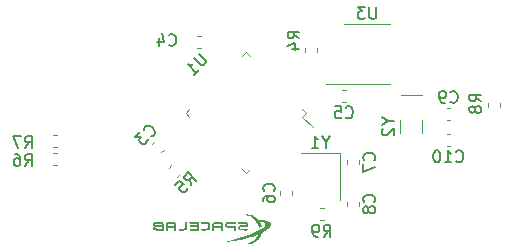
<source format=gbr>
%TF.GenerationSoftware,KiCad,Pcbnew,6.0.11+dfsg-1~bpo11+1*%
%TF.CreationDate,2023-04-29T04:06:51+00:00*%
%TF.ProjectId,slcam,736c6361-6d2e-46b6-9963-61645f706362,v0.2*%
%TF.SameCoordinates,Original*%
%TF.FileFunction,Legend,Bot*%
%TF.FilePolarity,Positive*%
%FSLAX46Y46*%
G04 Gerber Fmt 4.6, Leading zero omitted, Abs format (unit mm)*
G04 Created by KiCad (PCBNEW 6.0.11+dfsg-1~bpo11+1) date 2023-04-29 04:06:51*
%MOMM*%
%LPD*%
G01*
G04 APERTURE LIST*
%ADD10C,0.150000*%
%ADD11C,0.120000*%
G04 APERTURE END LIST*
D10*
%TO.C,U1*%
X213003522Y-57494026D02*
X213575942Y-58066446D01*
X213609614Y-58167461D01*
X213609614Y-58234805D01*
X213575942Y-58335820D01*
X213441255Y-58470507D01*
X213340240Y-58504179D01*
X213272896Y-58504179D01*
X213171881Y-58470507D01*
X212599461Y-57898087D01*
X212599461Y-59312301D02*
X213003522Y-58908240D01*
X212801492Y-59110270D02*
X212094385Y-58403164D01*
X212262744Y-58436835D01*
X212397431Y-58436835D01*
X212498446Y-58403164D01*
%TO.C,Y1*%
X223742190Y-65000190D02*
X223742190Y-65476380D01*
X224075523Y-64476380D02*
X223742190Y-65000190D01*
X223408857Y-64476380D01*
X222551714Y-65476380D02*
X223123142Y-65476380D01*
X222837428Y-65476380D02*
X222837428Y-64476380D01*
X222932666Y-64619238D01*
X223027904Y-64714476D01*
X223123142Y-64762095D01*
%TO.C,U3*%
X228026904Y-53554380D02*
X228026904Y-54363904D01*
X227979285Y-54459142D01*
X227931666Y-54506761D01*
X227836428Y-54554380D01*
X227645952Y-54554380D01*
X227550714Y-54506761D01*
X227503095Y-54459142D01*
X227455476Y-54363904D01*
X227455476Y-53554380D01*
X227074523Y-53554380D02*
X226455476Y-53554380D01*
X226788809Y-53935333D01*
X226645952Y-53935333D01*
X226550714Y-53982952D01*
X226503095Y-54030571D01*
X226455476Y-54125809D01*
X226455476Y-54363904D01*
X226503095Y-54459142D01*
X226550714Y-54506761D01*
X226645952Y-54554380D01*
X226931666Y-54554380D01*
X227026904Y-54506761D01*
X227074523Y-54459142D01*
%TO.C,R4*%
X221526380Y-56221333D02*
X221050190Y-55888000D01*
X221526380Y-55649904D02*
X220526380Y-55649904D01*
X220526380Y-56030857D01*
X220574000Y-56126095D01*
X220621619Y-56173714D01*
X220716857Y-56221333D01*
X220859714Y-56221333D01*
X220954952Y-56173714D01*
X221002571Y-56126095D01*
X221050190Y-56030857D01*
X221050190Y-55649904D01*
X220859714Y-57078476D02*
X221526380Y-57078476D01*
X220478761Y-56840380D02*
X221193047Y-56602285D01*
X221193047Y-57221333D01*
%TO.C,R5*%
X212379613Y-68666475D02*
X212278598Y-68094055D01*
X212783674Y-68262414D02*
X212076568Y-67555307D01*
X211807193Y-67824681D01*
X211773522Y-67925696D01*
X211773522Y-67993040D01*
X211807193Y-68094055D01*
X211908209Y-68195070D01*
X212009224Y-68228742D01*
X212076568Y-68228742D01*
X212177583Y-68195070D01*
X212446957Y-67925696D01*
X211032743Y-68599132D02*
X211369461Y-68262414D01*
X211739850Y-68565460D01*
X211672506Y-68565460D01*
X211571491Y-68599132D01*
X211403132Y-68767490D01*
X211369461Y-68868506D01*
X211369461Y-68935849D01*
X211403132Y-69036864D01*
X211571491Y-69205223D01*
X211672506Y-69238895D01*
X211739850Y-69238895D01*
X211840865Y-69205223D01*
X212009224Y-69036864D01*
X212042896Y-68935849D01*
X212042896Y-68868506D01*
%TO.C,R6*%
X198286666Y-67000380D02*
X198620000Y-66524190D01*
X198858095Y-67000380D02*
X198858095Y-66000380D01*
X198477142Y-66000380D01*
X198381904Y-66048000D01*
X198334285Y-66095619D01*
X198286666Y-66190857D01*
X198286666Y-66333714D01*
X198334285Y-66428952D01*
X198381904Y-66476571D01*
X198477142Y-66524190D01*
X198858095Y-66524190D01*
X197429523Y-66000380D02*
X197620000Y-66000380D01*
X197715238Y-66048000D01*
X197762857Y-66095619D01*
X197858095Y-66238476D01*
X197905714Y-66428952D01*
X197905714Y-66809904D01*
X197858095Y-66905142D01*
X197810476Y-66952761D01*
X197715238Y-67000380D01*
X197524761Y-67000380D01*
X197429523Y-66952761D01*
X197381904Y-66905142D01*
X197334285Y-66809904D01*
X197334285Y-66571809D01*
X197381904Y-66476571D01*
X197429523Y-66428952D01*
X197524761Y-66381333D01*
X197715238Y-66381333D01*
X197810476Y-66428952D01*
X197858095Y-66476571D01*
X197905714Y-66571809D01*
%TO.C,R7*%
X198286666Y-65476380D02*
X198620000Y-65000190D01*
X198858095Y-65476380D02*
X198858095Y-64476380D01*
X198477142Y-64476380D01*
X198381904Y-64524000D01*
X198334285Y-64571619D01*
X198286666Y-64666857D01*
X198286666Y-64809714D01*
X198334285Y-64904952D01*
X198381904Y-64952571D01*
X198477142Y-65000190D01*
X198858095Y-65000190D01*
X197953333Y-64476380D02*
X197286666Y-64476380D01*
X197715238Y-65476380D01*
%TO.C,R8*%
X236926380Y-61555333D02*
X236450190Y-61222000D01*
X236926380Y-60983904D02*
X235926380Y-60983904D01*
X235926380Y-61364857D01*
X235974000Y-61460095D01*
X236021619Y-61507714D01*
X236116857Y-61555333D01*
X236259714Y-61555333D01*
X236354952Y-61507714D01*
X236402571Y-61460095D01*
X236450190Y-61364857D01*
X236450190Y-60983904D01*
X236354952Y-62126761D02*
X236307333Y-62031523D01*
X236259714Y-61983904D01*
X236164476Y-61936285D01*
X236116857Y-61936285D01*
X236021619Y-61983904D01*
X235974000Y-62031523D01*
X235926380Y-62126761D01*
X235926380Y-62317238D01*
X235974000Y-62412476D01*
X236021619Y-62460095D01*
X236116857Y-62507714D01*
X236164476Y-62507714D01*
X236259714Y-62460095D01*
X236307333Y-62412476D01*
X236354952Y-62317238D01*
X236354952Y-62126761D01*
X236402571Y-62031523D01*
X236450190Y-61983904D01*
X236545428Y-61936285D01*
X236735904Y-61936285D01*
X236831142Y-61983904D01*
X236878761Y-62031523D01*
X236926380Y-62126761D01*
X236926380Y-62317238D01*
X236878761Y-62412476D01*
X236831142Y-62460095D01*
X236735904Y-62507714D01*
X236545428Y-62507714D01*
X236450190Y-62460095D01*
X236402571Y-62412476D01*
X236354952Y-62317238D01*
%TO.C,C3*%
X208925508Y-64512242D02*
X208992851Y-64512242D01*
X209127538Y-64444898D01*
X209194882Y-64377555D01*
X209262225Y-64242867D01*
X209262225Y-64108180D01*
X209228554Y-64007165D01*
X209127538Y-63838806D01*
X209026523Y-63737791D01*
X208858164Y-63636776D01*
X208757149Y-63603104D01*
X208622462Y-63603104D01*
X208487775Y-63670448D01*
X208420431Y-63737791D01*
X208353088Y-63872478D01*
X208353088Y-63939822D01*
X208050042Y-64108180D02*
X207612309Y-64545913D01*
X208117386Y-64579585D01*
X208016370Y-64680600D01*
X207982699Y-64781616D01*
X207982699Y-64848959D01*
X208016370Y-64949974D01*
X208184729Y-65118333D01*
X208285744Y-65152005D01*
X208353088Y-65152005D01*
X208454103Y-65118333D01*
X208656134Y-64916303D01*
X208689806Y-64815287D01*
X208689806Y-64747944D01*
%TO.C,C5*%
X225450666Y-62874142D02*
X225498285Y-62921761D01*
X225641142Y-62969380D01*
X225736380Y-62969380D01*
X225879238Y-62921761D01*
X225974476Y-62826523D01*
X226022095Y-62731285D01*
X226069714Y-62540809D01*
X226069714Y-62397952D01*
X226022095Y-62207476D01*
X225974476Y-62112238D01*
X225879238Y-62017000D01*
X225736380Y-61969380D01*
X225641142Y-61969380D01*
X225498285Y-62017000D01*
X225450666Y-62064619D01*
X224545904Y-61969380D02*
X225022095Y-61969380D01*
X225069714Y-62445571D01*
X225022095Y-62397952D01*
X224926857Y-62350333D01*
X224688761Y-62350333D01*
X224593523Y-62397952D01*
X224545904Y-62445571D01*
X224498285Y-62540809D01*
X224498285Y-62778904D01*
X224545904Y-62874142D01*
X224593523Y-62921761D01*
X224688761Y-62969380D01*
X224926857Y-62969380D01*
X225022095Y-62921761D01*
X225069714Y-62874142D01*
%TO.C,C6*%
X219348342Y-69135933D02*
X219395961Y-69088314D01*
X219443580Y-68945457D01*
X219443580Y-68850219D01*
X219395961Y-68707361D01*
X219300723Y-68612123D01*
X219205485Y-68564504D01*
X219015009Y-68516885D01*
X218872152Y-68516885D01*
X218681676Y-68564504D01*
X218586438Y-68612123D01*
X218491200Y-68707361D01*
X218443580Y-68850219D01*
X218443580Y-68945457D01*
X218491200Y-69088314D01*
X218538819Y-69135933D01*
X218443580Y-69993076D02*
X218443580Y-69802600D01*
X218491200Y-69707361D01*
X218538819Y-69659742D01*
X218681676Y-69564504D01*
X218872152Y-69516885D01*
X219253104Y-69516885D01*
X219348342Y-69564504D01*
X219395961Y-69612123D01*
X219443580Y-69707361D01*
X219443580Y-69897838D01*
X219395961Y-69993076D01*
X219348342Y-70040695D01*
X219253104Y-70088314D01*
X219015009Y-70088314D01*
X218919771Y-70040695D01*
X218872152Y-69993076D01*
X218824533Y-69897838D01*
X218824533Y-69707361D01*
X218872152Y-69612123D01*
X218919771Y-69564504D01*
X219015009Y-69516885D01*
%TO.C,C7*%
X227847142Y-66522333D02*
X227894761Y-66474714D01*
X227942380Y-66331857D01*
X227942380Y-66236619D01*
X227894761Y-66093761D01*
X227799523Y-65998523D01*
X227704285Y-65950904D01*
X227513809Y-65903285D01*
X227370952Y-65903285D01*
X227180476Y-65950904D01*
X227085238Y-65998523D01*
X226990000Y-66093761D01*
X226942380Y-66236619D01*
X226942380Y-66331857D01*
X226990000Y-66474714D01*
X227037619Y-66522333D01*
X226942380Y-66855666D02*
X226942380Y-67522333D01*
X227942380Y-67093761D01*
%TO.C,C8*%
X227847142Y-70050333D02*
X227894761Y-70002714D01*
X227942380Y-69859857D01*
X227942380Y-69764619D01*
X227894761Y-69621761D01*
X227799523Y-69526523D01*
X227704285Y-69478904D01*
X227513809Y-69431285D01*
X227370952Y-69431285D01*
X227180476Y-69478904D01*
X227085238Y-69526523D01*
X226990000Y-69621761D01*
X226942380Y-69764619D01*
X226942380Y-69859857D01*
X226990000Y-70002714D01*
X227037619Y-70050333D01*
X227370952Y-70621761D02*
X227323333Y-70526523D01*
X227275714Y-70478904D01*
X227180476Y-70431285D01*
X227132857Y-70431285D01*
X227037619Y-70478904D01*
X226990000Y-70526523D01*
X226942380Y-70621761D01*
X226942380Y-70812238D01*
X226990000Y-70907476D01*
X227037619Y-70955095D01*
X227132857Y-71002714D01*
X227180476Y-71002714D01*
X227275714Y-70955095D01*
X227323333Y-70907476D01*
X227370952Y-70812238D01*
X227370952Y-70621761D01*
X227418571Y-70526523D01*
X227466190Y-70478904D01*
X227561428Y-70431285D01*
X227751904Y-70431285D01*
X227847142Y-70478904D01*
X227894761Y-70526523D01*
X227942380Y-70621761D01*
X227942380Y-70812238D01*
X227894761Y-70907476D01*
X227847142Y-70955095D01*
X227751904Y-71002714D01*
X227561428Y-71002714D01*
X227466190Y-70955095D01*
X227418571Y-70907476D01*
X227370952Y-70812238D01*
%TO.C,R9*%
X223573666Y-73002380D02*
X223907000Y-72526190D01*
X224145095Y-73002380D02*
X224145095Y-72002380D01*
X223764142Y-72002380D01*
X223668904Y-72050000D01*
X223621285Y-72097619D01*
X223573666Y-72192857D01*
X223573666Y-72335714D01*
X223621285Y-72430952D01*
X223668904Y-72478571D01*
X223764142Y-72526190D01*
X224145095Y-72526190D01*
X223097476Y-73002380D02*
X222907000Y-73002380D01*
X222811761Y-72954761D01*
X222764142Y-72907142D01*
X222668904Y-72764285D01*
X222621285Y-72573809D01*
X222621285Y-72192857D01*
X222668904Y-72097619D01*
X222716523Y-72050000D01*
X222811761Y-72002380D01*
X223002238Y-72002380D01*
X223097476Y-72050000D01*
X223145095Y-72097619D01*
X223192714Y-72192857D01*
X223192714Y-72430952D01*
X223145095Y-72526190D01*
X223097476Y-72573809D01*
X223002238Y-72621428D01*
X222811761Y-72621428D01*
X222716523Y-72573809D01*
X222668904Y-72526190D01*
X222621285Y-72430952D01*
%TO.C,C4*%
X210478666Y-56745142D02*
X210526285Y-56792761D01*
X210669142Y-56840380D01*
X210764380Y-56840380D01*
X210907238Y-56792761D01*
X211002476Y-56697523D01*
X211050095Y-56602285D01*
X211097714Y-56411809D01*
X211097714Y-56268952D01*
X211050095Y-56078476D01*
X211002476Y-55983238D01*
X210907238Y-55888000D01*
X210764380Y-55840380D01*
X210669142Y-55840380D01*
X210526285Y-55888000D01*
X210478666Y-55935619D01*
X209621523Y-56173714D02*
X209621523Y-56840380D01*
X209859619Y-55792761D02*
X210097714Y-56507047D01*
X209478666Y-56507047D01*
%TO.C,C9*%
X234303866Y-61571142D02*
X234351485Y-61618761D01*
X234494342Y-61666380D01*
X234589580Y-61666380D01*
X234732438Y-61618761D01*
X234827676Y-61523523D01*
X234875295Y-61428285D01*
X234922914Y-61237809D01*
X234922914Y-61094952D01*
X234875295Y-60904476D01*
X234827676Y-60809238D01*
X234732438Y-60714000D01*
X234589580Y-60666380D01*
X234494342Y-60666380D01*
X234351485Y-60714000D01*
X234303866Y-60761619D01*
X233827676Y-61666380D02*
X233637200Y-61666380D01*
X233541961Y-61618761D01*
X233494342Y-61571142D01*
X233399104Y-61428285D01*
X233351485Y-61237809D01*
X233351485Y-60856857D01*
X233399104Y-60761619D01*
X233446723Y-60714000D01*
X233541961Y-60666380D01*
X233732438Y-60666380D01*
X233827676Y-60714000D01*
X233875295Y-60761619D01*
X233922914Y-60856857D01*
X233922914Y-61094952D01*
X233875295Y-61190190D01*
X233827676Y-61237809D01*
X233732438Y-61285428D01*
X233541961Y-61285428D01*
X233446723Y-61237809D01*
X233399104Y-61190190D01*
X233351485Y-61094952D01*
%TO.C,Y2*%
X229020140Y-63227009D02*
X229496330Y-63227009D01*
X228496330Y-62893676D02*
X229020140Y-63227009D01*
X228496330Y-63560342D01*
X228591569Y-63846057D02*
X228543950Y-63893676D01*
X228496330Y-63988914D01*
X228496330Y-64227009D01*
X228543950Y-64322247D01*
X228591569Y-64369866D01*
X228686807Y-64417485D01*
X228782045Y-64417485D01*
X228924902Y-64369866D01*
X229496330Y-63798438D01*
X229496330Y-64417485D01*
%TO.C,C10*%
X234780057Y-66607942D02*
X234827676Y-66655561D01*
X234970533Y-66703180D01*
X235065771Y-66703180D01*
X235208628Y-66655561D01*
X235303866Y-66560323D01*
X235351485Y-66465085D01*
X235399104Y-66274609D01*
X235399104Y-66131752D01*
X235351485Y-65941276D01*
X235303866Y-65846038D01*
X235208628Y-65750800D01*
X235065771Y-65703180D01*
X234970533Y-65703180D01*
X234827676Y-65750800D01*
X234780057Y-65798419D01*
X233827676Y-66703180D02*
X234399104Y-66703180D01*
X234113390Y-66703180D02*
X234113390Y-65703180D01*
X234208628Y-65846038D01*
X234303866Y-65941276D01*
X234399104Y-65988895D01*
X233208628Y-65703180D02*
X233113390Y-65703180D01*
X233018152Y-65750800D01*
X232970533Y-65798419D01*
X232922914Y-65893657D01*
X232875295Y-66084133D01*
X232875295Y-66322228D01*
X232922914Y-66512704D01*
X232970533Y-66607942D01*
X233018152Y-66655561D01*
X233113390Y-66703180D01*
X233208628Y-66703180D01*
X233303866Y-66655561D01*
X233351485Y-66607942D01*
X233399104Y-66512704D01*
X233446723Y-66322228D01*
X233446723Y-66084133D01*
X233399104Y-65893657D01*
X233351485Y-65798419D01*
X233303866Y-65750800D01*
X233208628Y-65703180D01*
D11*
%TO.C,U1*%
X212200996Y-62829643D02*
X211882798Y-62511445D01*
X222093420Y-62511445D02*
X221775222Y-62829643D01*
X216669911Y-67298558D02*
X216988109Y-67616756D01*
X221775222Y-62829643D02*
X222687390Y-63741811D01*
X211882798Y-62511445D02*
X212200996Y-62193247D01*
X216988109Y-67616756D02*
X217306307Y-67298558D01*
X217306307Y-57724332D02*
X216988109Y-57406134D01*
X221775222Y-62193247D02*
X222093420Y-62511445D01*
X216988109Y-57406134D02*
X216669911Y-57724332D01*
%TO.C,Y1*%
X225004000Y-65902000D02*
X225004000Y-69902000D01*
X221704000Y-65902000D02*
X225004000Y-65902000D01*
%TO.C,U3*%
X227265000Y-54971000D02*
X225315000Y-54971000D01*
X227265000Y-60091000D02*
X229215000Y-60091000D01*
X227265000Y-60091000D02*
X223815000Y-60091000D01*
X227265000Y-54971000D02*
X229215000Y-54971000D01*
%TO.C,R4*%
X221994000Y-56990133D02*
X221994000Y-57332667D01*
X223014000Y-56990133D02*
X223014000Y-57332667D01*
%TO.C,R5*%
X210448989Y-67213762D02*
X210691198Y-66971553D01*
X211170238Y-67935011D02*
X211412447Y-67692802D01*
%TO.C,R6*%
X200629733Y-66956400D02*
X200972267Y-66956400D01*
X200629733Y-65936400D02*
X200972267Y-65936400D01*
%TO.C,R7*%
X200641133Y-64412400D02*
X200983667Y-64412400D01*
X200641133Y-65432400D02*
X200983667Y-65432400D01*
%TO.C,R8*%
X238508000Y-62006267D02*
X238508000Y-61663733D01*
X237488000Y-62006267D02*
X237488000Y-61663733D01*
%TO.C,C3*%
X210048011Y-65628238D02*
X209805802Y-65870447D01*
X209326762Y-64906989D02*
X209084553Y-65149198D01*
%TO.C,C5*%
X225112733Y-60577000D02*
X225455267Y-60577000D01*
X225112733Y-61597000D02*
X225455267Y-61597000D01*
%TO.C,C6*%
X219911200Y-69131333D02*
X219911200Y-69473867D01*
X220931200Y-69131333D02*
X220931200Y-69473867D01*
%TO.C,C7*%
X226570000Y-66860267D02*
X226570000Y-66517733D01*
X225550000Y-66860267D02*
X225550000Y-66517733D01*
%TO.C,C8*%
X226570000Y-70388267D02*
X226570000Y-70045733D01*
X225550000Y-70388267D02*
X225550000Y-70045733D01*
%TO.C,R9*%
X223235733Y-71630000D02*
X223578267Y-71630000D01*
X223235733Y-70610000D02*
X223578267Y-70610000D01*
%TO.C,C4*%
X213164267Y-55979600D02*
X212821733Y-55979600D01*
X213164267Y-56999600D02*
X212821733Y-56999600D01*
%TO.C,C9*%
X233990933Y-62126400D02*
X234283467Y-62126400D01*
X233990933Y-63146400D02*
X234283467Y-63146400D01*
%TO.C,G\u002A\u002A\u002A*%
G36*
X214675390Y-71750131D02*
G01*
X214742701Y-71751089D01*
X214803484Y-71752710D01*
X214854373Y-71754991D01*
X214892003Y-71757932D01*
X214913008Y-71761529D01*
X214920414Y-71764142D01*
X214965495Y-71786810D01*
X214999877Y-71819716D01*
X215028883Y-71867741D01*
X215057000Y-71925000D01*
X215060325Y-72202500D01*
X215063649Y-72480000D01*
X214892000Y-72480000D01*
X214892000Y-72225650D01*
X214891782Y-72171043D01*
X214890880Y-72103724D01*
X214889372Y-72044566D01*
X214887362Y-71996528D01*
X214884953Y-71962569D01*
X214882248Y-71945650D01*
X214872496Y-71920000D01*
X214612600Y-71920000D01*
X214548611Y-71919938D01*
X214480026Y-71920062D01*
X214427629Y-71921126D01*
X214389251Y-71923896D01*
X214362726Y-71929141D01*
X214345884Y-71937627D01*
X214336558Y-71950123D01*
X214332581Y-71967396D01*
X214331784Y-71990213D01*
X214332000Y-72019342D01*
X214332000Y-72080000D01*
X214519500Y-72080037D01*
X214591855Y-72080375D01*
X214649891Y-72082002D01*
X214693286Y-72085847D01*
X214724768Y-72092840D01*
X214747062Y-72103908D01*
X214762896Y-72119982D01*
X214774997Y-72141990D01*
X214786091Y-72170860D01*
X214794229Y-72193920D01*
X214804026Y-72221631D01*
X214809661Y-72237500D01*
X214809632Y-72239302D01*
X214803086Y-72242982D01*
X214785877Y-72245771D01*
X214756137Y-72247769D01*
X214712000Y-72249074D01*
X214651600Y-72249785D01*
X214573070Y-72250000D01*
X214332000Y-72250000D01*
X214332000Y-72480000D01*
X214162000Y-72480000D01*
X214162000Y-72216815D01*
X214162064Y-72170312D01*
X214162596Y-72093485D01*
X214163773Y-72032845D01*
X214165717Y-71985876D01*
X214168551Y-71950063D01*
X214172399Y-71922888D01*
X214177382Y-71901835D01*
X214191739Y-71866159D01*
X214223168Y-71819244D01*
X214263077Y-71782629D01*
X214307000Y-71761161D01*
X214322868Y-71758421D01*
X214358683Y-71755358D01*
X214408161Y-71752971D01*
X214467935Y-71751256D01*
X214534642Y-71750213D01*
X214604915Y-71749839D01*
X214675390Y-71750131D01*
G37*
G36*
X216694310Y-71750219D02*
G01*
X216779400Y-71750324D01*
X216864866Y-71750769D01*
X216934193Y-71751887D01*
X216989485Y-71754019D01*
X217032849Y-71757510D01*
X217066388Y-71762703D01*
X217092209Y-71769941D01*
X217112416Y-71779567D01*
X217129116Y-71791925D01*
X217144413Y-71807358D01*
X217160413Y-71826208D01*
X217172661Y-71842591D01*
X217200373Y-71899378D01*
X217212266Y-71961317D01*
X217208435Y-72023942D01*
X217188971Y-72082788D01*
X217153970Y-72133392D01*
X217149011Y-72138591D01*
X217132453Y-72154965D01*
X217116178Y-72167847D01*
X217097651Y-72177711D01*
X217074336Y-72185028D01*
X217043700Y-72190274D01*
X217003206Y-72193920D01*
X216950319Y-72196441D01*
X216882505Y-72198310D01*
X216797228Y-72200000D01*
X216527455Y-72205000D01*
X216517939Y-72232097D01*
X216513913Y-72249506D01*
X216519997Y-72284597D01*
X216531572Y-72310000D01*
X217178594Y-72310000D01*
X217195297Y-72387728D01*
X217197323Y-72397209D01*
X217204791Y-72433267D01*
X217210026Y-72460314D01*
X217212000Y-72473088D01*
X217203343Y-72474687D01*
X217176836Y-72476098D01*
X217134690Y-72477196D01*
X217079145Y-72477951D01*
X217012439Y-72478333D01*
X216936811Y-72478313D01*
X216854500Y-72477860D01*
X216776537Y-72477206D01*
X216696802Y-72476385D01*
X216633160Y-72475430D01*
X216583453Y-72474209D01*
X216545522Y-72472595D01*
X216517210Y-72470458D01*
X216496360Y-72467671D01*
X216480813Y-72464102D01*
X216468413Y-72459625D01*
X216457000Y-72454109D01*
X216449362Y-72449848D01*
X216405270Y-72412761D01*
X216371397Y-72361505D01*
X216350453Y-72300000D01*
X216349744Y-72296543D01*
X216344371Y-72259432D01*
X216346145Y-72227150D01*
X216355597Y-72188165D01*
X216379084Y-72130746D01*
X216416680Y-72081988D01*
X216466587Y-72048796D01*
X216475077Y-72045222D01*
X216490702Y-72040306D01*
X216510375Y-72036592D01*
X216536754Y-72033914D01*
X216572497Y-72032105D01*
X216620263Y-72030997D01*
X216682712Y-72030424D01*
X216762500Y-72030219D01*
X216831741Y-72029972D01*
X216903350Y-72029095D01*
X216957539Y-72027524D01*
X216995750Y-72025196D01*
X217019423Y-72022043D01*
X217030000Y-72018000D01*
X217037363Y-72004992D01*
X217041596Y-71978112D01*
X217038640Y-71950282D01*
X217028648Y-71931367D01*
X217021574Y-71928903D01*
X216995182Y-71925579D01*
X216949764Y-71922801D01*
X216885078Y-71920559D01*
X216800882Y-71918842D01*
X216696935Y-71917642D01*
X216378576Y-71915000D01*
X216365346Y-71855000D01*
X216359251Y-71827479D01*
X216351843Y-71794355D01*
X216346868Y-71772500D01*
X216341619Y-71750000D01*
X216694310Y-71750219D01*
G37*
G36*
X209665661Y-72480000D02*
G01*
X209615209Y-72479950D01*
X209513053Y-72479450D01*
X209429393Y-72478386D01*
X209363186Y-72476728D01*
X209313388Y-72474444D01*
X209278956Y-72471502D01*
X209258846Y-72467873D01*
X209256221Y-72467065D01*
X209204778Y-72441320D01*
X209164976Y-72402531D01*
X209137784Y-72354423D01*
X209124171Y-72300723D01*
X209125048Y-72248612D01*
X209292545Y-72248612D01*
X209294620Y-72277396D01*
X209304000Y-72297999D01*
X209304205Y-72298192D01*
X209314948Y-72302054D01*
X209338451Y-72305077D01*
X209376162Y-72307322D01*
X209429526Y-72308850D01*
X209499990Y-72309722D01*
X209589000Y-72310000D01*
X209862000Y-72310000D01*
X209862000Y-72200000D01*
X209584615Y-72200000D01*
X209496463Y-72200303D01*
X209426792Y-72201203D01*
X209374157Y-72202762D01*
X209337111Y-72205040D01*
X209314208Y-72208099D01*
X209304000Y-72212000D01*
X209297778Y-72222083D01*
X209292545Y-72248612D01*
X209125048Y-72248612D01*
X209125106Y-72245158D01*
X209141556Y-72191455D01*
X209174490Y-72143338D01*
X209204298Y-72111677D01*
X209178703Y-72078120D01*
X209157314Y-72041858D01*
X209141458Y-71987810D01*
X209140705Y-71968612D01*
X209302545Y-71968612D01*
X209304620Y-71997396D01*
X209314000Y-72017999D01*
X209323887Y-72021849D01*
X209346623Y-72024949D01*
X209383553Y-72027252D01*
X209436126Y-72028820D01*
X209505792Y-72029715D01*
X209594000Y-72030000D01*
X209862000Y-72030000D01*
X209862000Y-71920000D01*
X209594000Y-71920000D01*
X209507763Y-71920270D01*
X209437651Y-71921149D01*
X209384669Y-71922700D01*
X209347367Y-71924983D01*
X209324294Y-71928063D01*
X209314000Y-71932000D01*
X209307778Y-71942083D01*
X209302545Y-71968612D01*
X209140705Y-71968612D01*
X209139233Y-71931099D01*
X209150132Y-71876464D01*
X209173648Y-71828641D01*
X209209274Y-71792371D01*
X209222646Y-71783523D01*
X209241477Y-71773337D01*
X209262744Y-71765434D01*
X209288956Y-71759530D01*
X209322622Y-71755338D01*
X209366250Y-71752575D01*
X209422351Y-71750954D01*
X209493431Y-71750191D01*
X209582001Y-71749999D01*
X209666272Y-71750154D01*
X209738272Y-71750855D01*
X209795175Y-71752419D01*
X209839499Y-71755164D01*
X209873762Y-71759408D01*
X209900485Y-71765468D01*
X209922184Y-71773662D01*
X209941379Y-71784307D01*
X209960589Y-71797720D01*
X209970097Y-71804968D01*
X209987396Y-71820142D01*
X210001116Y-71836924D01*
X210011672Y-71857611D01*
X210019479Y-71884503D01*
X210024951Y-71919899D01*
X210028502Y-71966098D01*
X210030548Y-72025399D01*
X210030607Y-72030000D01*
X210031503Y-72100099D01*
X210031781Y-72192500D01*
X210031871Y-72310000D01*
X210032000Y-72480000D01*
X209665661Y-72480000D01*
G37*
G36*
X212992000Y-72480000D02*
G01*
X212607000Y-72480000D01*
X212603696Y-72479999D01*
X212506252Y-72479948D01*
X212426909Y-72479744D01*
X212363820Y-72479301D01*
X212315143Y-72478537D01*
X212279034Y-72477367D01*
X212253648Y-72475708D01*
X212237143Y-72473476D01*
X212227673Y-72470586D01*
X212223396Y-72466955D01*
X212222467Y-72462500D01*
X212224135Y-72446462D01*
X212228689Y-72416294D01*
X212235041Y-72380000D01*
X212247149Y-72315000D01*
X212534575Y-72312346D01*
X212822000Y-72309693D01*
X212822000Y-72200000D01*
X212252000Y-72200000D01*
X212252000Y-72030000D01*
X212822000Y-72030000D01*
X212822000Y-71920306D01*
X212534921Y-71917653D01*
X212247841Y-71915000D01*
X212231354Y-71832500D01*
X212214866Y-71750000D01*
X212992000Y-71750000D01*
X212992000Y-72480000D01*
G37*
G36*
X213539357Y-71750082D02*
G01*
X213623715Y-71750705D01*
X213691894Y-71752265D01*
X213746212Y-71755142D01*
X213788990Y-71759716D01*
X213822548Y-71766365D01*
X213849205Y-71775471D01*
X213871280Y-71787412D01*
X213891094Y-71802568D01*
X213910966Y-71821318D01*
X213930686Y-71842824D01*
X213950413Y-71871349D01*
X213964619Y-71903958D01*
X213973993Y-71943812D01*
X213979223Y-71994073D01*
X213980997Y-72057903D01*
X213980002Y-72138462D01*
X213978752Y-72182453D01*
X213975970Y-72242843D01*
X213972130Y-72287562D01*
X213966965Y-72319326D01*
X213960210Y-72340855D01*
X213948822Y-72362141D01*
X213913784Y-72405536D01*
X213869485Y-72441707D01*
X213822754Y-72464510D01*
X213812674Y-72467115D01*
X213788483Y-72471003D01*
X213754470Y-72474031D01*
X213708600Y-72476288D01*
X213648838Y-72477860D01*
X213573150Y-72478836D01*
X213479500Y-72479303D01*
X213412071Y-72479423D01*
X213341022Y-72479365D01*
X213286256Y-72478956D01*
X213245678Y-72478077D01*
X213217191Y-72476611D01*
X213198700Y-72474439D01*
X213188109Y-72471442D01*
X213183323Y-72467501D01*
X213182245Y-72462500D01*
X213183102Y-72451484D01*
X213187151Y-72426388D01*
X213195022Y-72387689D01*
X213207272Y-72332500D01*
X213212382Y-72310000D01*
X213492191Y-72310000D01*
X213551614Y-72309972D01*
X213621339Y-72309763D01*
X213675042Y-72309213D01*
X213715066Y-72308165D01*
X213743754Y-72306464D01*
X213763449Y-72303954D01*
X213776493Y-72300477D01*
X213785229Y-72295877D01*
X213792000Y-72290000D01*
X213793420Y-72288550D01*
X213800682Y-72279120D01*
X213805770Y-72266328D01*
X213809066Y-72246847D01*
X213810950Y-72217351D01*
X213811801Y-72174511D01*
X213812000Y-72115000D01*
X213811997Y-72103997D01*
X213811717Y-72047438D01*
X213810723Y-72007005D01*
X213808635Y-71979372D01*
X213805072Y-71961212D01*
X213799654Y-71949197D01*
X213792000Y-71940000D01*
X213787373Y-71935754D01*
X213779477Y-71930785D01*
X213767980Y-71926986D01*
X213750540Y-71924200D01*
X213724814Y-71922271D01*
X213688458Y-71921043D01*
X213639131Y-71920359D01*
X213574490Y-71920063D01*
X213492191Y-71920000D01*
X213212382Y-71920000D01*
X213207272Y-71897500D01*
X213198217Y-71857028D01*
X213189089Y-71813678D01*
X213183950Y-71784799D01*
X213182245Y-71767500D01*
X213182709Y-71763869D01*
X213186201Y-71759589D01*
X213194920Y-71756288D01*
X213210977Y-71753841D01*
X213236481Y-71752122D01*
X213273544Y-71751004D01*
X213324275Y-71750362D01*
X213390786Y-71750069D01*
X213475185Y-71750000D01*
X213539357Y-71750082D01*
G37*
G36*
X210746954Y-71750402D02*
G01*
X210814351Y-71750850D01*
X210866451Y-71751766D01*
X210905812Y-71753299D01*
X210934996Y-71755602D01*
X210956563Y-71758827D01*
X210973073Y-71763126D01*
X210987086Y-71768649D01*
X211002698Y-71776797D01*
X211045485Y-71809950D01*
X211080330Y-71852280D01*
X211101399Y-71897226D01*
X211103472Y-71909217D01*
X211106280Y-71942332D01*
X211108616Y-71991245D01*
X211110397Y-72053429D01*
X211111535Y-72126357D01*
X211111945Y-72207500D01*
X211112000Y-72480000D01*
X210942000Y-72480000D01*
X210942000Y-72211999D01*
X210941730Y-72125762D01*
X210940851Y-72055650D01*
X210939300Y-72002668D01*
X210937017Y-71965366D01*
X210933937Y-71942293D01*
X210930000Y-71931999D01*
X210917634Y-71928290D01*
X210888197Y-71925034D01*
X210845264Y-71922496D01*
X210792182Y-71920677D01*
X210732301Y-71919577D01*
X210668968Y-71919195D01*
X210605533Y-71919533D01*
X210545342Y-71920589D01*
X210491745Y-71922363D01*
X210448091Y-71924857D01*
X210417726Y-71928069D01*
X210404000Y-71932000D01*
X210398473Y-71944345D01*
X210393755Y-71973158D01*
X210392000Y-72012000D01*
X210392000Y-72080000D01*
X210577658Y-72080000D01*
X210598982Y-72080008D01*
X210668690Y-72080495D01*
X210721912Y-72082568D01*
X210761433Y-72087373D01*
X210790036Y-72096057D01*
X210810506Y-72109766D01*
X210825628Y-72129645D01*
X210838185Y-72156841D01*
X210850963Y-72192500D01*
X210870689Y-72250000D01*
X210392000Y-72250000D01*
X210392000Y-72480000D01*
X210222000Y-72480000D01*
X210222000Y-72208660D01*
X210222003Y-72201364D01*
X210222524Y-72103082D01*
X210223982Y-72024096D01*
X210226401Y-71963766D01*
X210229808Y-71921451D01*
X210234227Y-71896512D01*
X210235015Y-71893988D01*
X210256011Y-71852358D01*
X210288833Y-71812433D01*
X210327742Y-71780062D01*
X210367000Y-71761100D01*
X210372871Y-71759837D01*
X210402733Y-71756528D01*
X210450004Y-71753851D01*
X210512756Y-71751871D01*
X210589063Y-71750657D01*
X210677000Y-71750275D01*
X210746954Y-71750402D01*
G37*
G36*
X211876466Y-71750314D02*
G01*
X211903305Y-71757753D01*
X211936393Y-71773921D01*
X211967964Y-71794469D01*
X211990253Y-71815049D01*
X211992411Y-71817840D01*
X212005894Y-71838611D01*
X212016093Y-71862646D01*
X212023364Y-71892730D01*
X212028062Y-71931647D01*
X212030539Y-71982180D01*
X212031152Y-72047112D01*
X212030254Y-72129227D01*
X212028838Y-72201137D01*
X212026775Y-72259978D01*
X212023451Y-72304735D01*
X212018182Y-72338437D01*
X212010288Y-72364114D01*
X211999084Y-72384795D01*
X211983889Y-72403511D01*
X211964021Y-72423290D01*
X211961373Y-72425725D01*
X211929728Y-72448488D01*
X211895628Y-72465351D01*
X211891033Y-72466815D01*
X211870515Y-72470953D01*
X211840039Y-72474165D01*
X211797599Y-72476542D01*
X211741187Y-72478174D01*
X211668795Y-72479150D01*
X211578416Y-72479561D01*
X211299832Y-72480000D01*
X211305197Y-72457500D01*
X211308820Y-72441051D01*
X211315339Y-72409324D01*
X211322582Y-72372500D01*
X211334603Y-72310000D01*
X211578302Y-72310000D01*
X211582463Y-72309999D01*
X211657840Y-72309907D01*
X211715877Y-72309511D01*
X211759111Y-72308620D01*
X211790077Y-72307041D01*
X211811313Y-72304582D01*
X211825355Y-72301050D01*
X211834738Y-72296253D01*
X211842000Y-72290000D01*
X211844282Y-72287632D01*
X211849860Y-72280170D01*
X211854128Y-72269811D01*
X211857261Y-72254111D01*
X211859433Y-72230629D01*
X211860818Y-72196920D01*
X211861591Y-72150541D01*
X211861927Y-72089048D01*
X211862000Y-72010000D01*
X211862062Y-71962278D01*
X211862527Y-71889917D01*
X211863519Y-71834763D01*
X211865126Y-71795017D01*
X211867434Y-71768877D01*
X211870530Y-71754545D01*
X211874500Y-71750219D01*
X211876466Y-71750314D01*
G37*
G36*
X216152000Y-71920000D02*
G01*
X215792352Y-71920000D01*
X215701480Y-71920036D01*
X215624448Y-71920219D01*
X215563539Y-71920650D01*
X215516773Y-71921435D01*
X215482171Y-71922675D01*
X215457754Y-71924475D01*
X215441543Y-71926939D01*
X215431558Y-71930169D01*
X215425821Y-71934269D01*
X215422352Y-71939342D01*
X215421687Y-71940660D01*
X215414824Y-71964863D01*
X215412000Y-71995000D01*
X215412022Y-71997373D01*
X215415265Y-72027511D01*
X215422352Y-72050657D01*
X215423260Y-72052270D01*
X215427427Y-72057337D01*
X215434610Y-72061336D01*
X215446933Y-72064392D01*
X215466517Y-72066631D01*
X215495486Y-72068180D01*
X215535964Y-72069166D01*
X215590072Y-72069713D01*
X215659934Y-72069949D01*
X215747674Y-72070000D01*
X215796130Y-72070037D01*
X215883536Y-72070451D01*
X215953944Y-72071524D01*
X216009381Y-72073507D01*
X216051875Y-72076649D01*
X216083456Y-72081200D01*
X216106150Y-72087410D01*
X216121985Y-72095530D01*
X216132991Y-72105808D01*
X216141196Y-72118496D01*
X216142765Y-72122792D01*
X216146586Y-72147310D01*
X216149497Y-72188299D01*
X216151350Y-72243171D01*
X216152000Y-72309342D01*
X216152000Y-72480000D01*
X215982000Y-72480000D01*
X215982000Y-72240000D01*
X215694500Y-72239780D01*
X215673172Y-72239759D01*
X215592750Y-72239534D01*
X215529281Y-72238984D01*
X215480293Y-72237969D01*
X215443312Y-72236347D01*
X215415866Y-72233975D01*
X215395483Y-72230712D01*
X215379689Y-72226416D01*
X215366011Y-72220945D01*
X215326777Y-72195343D01*
X215288782Y-72150796D01*
X215261146Y-72093698D01*
X215246004Y-72027495D01*
X215244337Y-71996302D01*
X215252039Y-71934155D01*
X215272656Y-71875641D01*
X215304030Y-71824736D01*
X215343999Y-71785417D01*
X215390404Y-71761659D01*
X215411435Y-71758115D01*
X215450318Y-71755155D01*
X215507178Y-71752877D01*
X215582521Y-71751269D01*
X215676847Y-71750314D01*
X215790661Y-71750000D01*
X216152000Y-71750000D01*
X216152000Y-71920000D01*
G37*
G36*
X217233646Y-71128132D02*
G01*
X217376657Y-71150260D01*
X217515852Y-71187232D01*
X217647283Y-71238247D01*
X217767000Y-71302500D01*
X217772030Y-71305682D01*
X217824669Y-71341496D01*
X217881584Y-71383937D01*
X217937440Y-71428742D01*
X217986901Y-71471647D01*
X218024632Y-71508388D01*
X218072263Y-71559423D01*
X218224632Y-71570147D01*
X218245236Y-71571642D01*
X218413295Y-71587633D01*
X218562654Y-71609123D01*
X218693813Y-71636213D01*
X218807277Y-71669005D01*
X218903547Y-71707601D01*
X218929975Y-71720730D01*
X219005724Y-71767751D01*
X219062285Y-71819437D01*
X219099792Y-71875515D01*
X219118377Y-71935716D01*
X219118173Y-71999769D01*
X219099315Y-72067402D01*
X219061934Y-72138344D01*
X219006164Y-72212325D01*
X218932137Y-72289074D01*
X218839988Y-72368320D01*
X218729849Y-72449791D01*
X218601854Y-72533217D01*
X218456135Y-72618327D01*
X218345269Y-72679925D01*
X218313224Y-72777462D01*
X218259445Y-72913920D01*
X218185913Y-73050316D01*
X218097126Y-73175828D01*
X217994459Y-73289269D01*
X217879285Y-73389453D01*
X217752982Y-73475193D01*
X217616922Y-73545302D01*
X217472481Y-73598594D01*
X217321033Y-73633882D01*
X217291909Y-73638086D01*
X217219666Y-73644581D01*
X217139705Y-73647613D01*
X217058875Y-73647152D01*
X216984024Y-73643168D01*
X216922000Y-73635631D01*
X216847000Y-73622517D01*
X216900717Y-73621258D01*
X216954927Y-73617840D01*
X217030335Y-73608576D01*
X217110144Y-73594956D01*
X217186537Y-73578343D01*
X217251694Y-73560100D01*
X217285934Y-73548335D01*
X217426645Y-73487179D01*
X217557882Y-73409073D01*
X217678241Y-73315225D01*
X217786314Y-73206843D01*
X217880695Y-73085136D01*
X217959980Y-72951312D01*
X217979628Y-72911929D01*
X217995867Y-72877464D01*
X218006114Y-72853397D01*
X218008718Y-72843383D01*
X218007809Y-72843202D01*
X217993613Y-72846754D01*
X217965292Y-72856341D01*
X217926384Y-72870716D01*
X217880430Y-72888631D01*
X217791279Y-72923160D01*
X217578214Y-72998426D01*
X217348997Y-73070217D01*
X217106172Y-73137923D01*
X216852285Y-73200933D01*
X216589880Y-73258636D01*
X216321501Y-73310419D01*
X216049693Y-73355674D01*
X215777000Y-73393787D01*
X215749513Y-73397214D01*
X215671127Y-73406601D01*
X215591464Y-73415638D01*
X215513166Y-73424070D01*
X215438873Y-73431642D01*
X215371228Y-73438098D01*
X215312873Y-73443182D01*
X215266449Y-73446640D01*
X215234597Y-73448215D01*
X215219960Y-73447653D01*
X215220036Y-73445929D01*
X215233396Y-73439855D01*
X215260534Y-73430970D01*
X215297851Y-73420528D01*
X215309276Y-73417523D01*
X215400869Y-73392854D01*
X215508026Y-73363153D01*
X215627682Y-73329321D01*
X215756771Y-73292260D01*
X215892227Y-73252870D01*
X216030985Y-73212052D01*
X216169979Y-73170708D01*
X216306143Y-73129738D01*
X216436412Y-73090044D01*
X216557719Y-73052527D01*
X216667000Y-73018088D01*
X216694267Y-73009371D01*
X216946825Y-72926222D01*
X217183599Y-72843804D01*
X217404183Y-72762302D01*
X217608172Y-72681901D01*
X217795163Y-72602785D01*
X217964749Y-72525139D01*
X218116527Y-72449147D01*
X218250090Y-72374994D01*
X218365035Y-72302865D01*
X218460957Y-72232943D01*
X218537450Y-72165414D01*
X218551811Y-72150886D01*
X218594216Y-72103193D01*
X218622073Y-72061591D01*
X218637346Y-72022652D01*
X218642000Y-71982946D01*
X218641957Y-71979890D01*
X218631185Y-71932741D01*
X218602947Y-71884612D01*
X218559429Y-71837250D01*
X218502818Y-71792403D01*
X218435298Y-71751821D01*
X218359056Y-71717251D01*
X218276277Y-71690441D01*
X218233247Y-71679769D01*
X218192959Y-71671868D01*
X218169563Y-71670642D01*
X218162000Y-71675956D01*
X218162022Y-71676270D01*
X218167809Y-71688476D01*
X218180754Y-71708456D01*
X218185558Y-71715502D01*
X218208556Y-71754401D01*
X218233918Y-71803967D01*
X218259970Y-71860150D01*
X218285038Y-71918902D01*
X218307449Y-71976172D01*
X218325528Y-72027912D01*
X218337604Y-72070072D01*
X218342000Y-72098602D01*
X218339441Y-72108294D01*
X218321089Y-72130206D01*
X218284500Y-72157979D01*
X218248499Y-72181549D01*
X218207290Y-72207291D01*
X218167196Y-72231295D01*
X218132132Y-72251273D01*
X218106014Y-72264937D01*
X218092756Y-72270000D01*
X218088169Y-72262986D01*
X218082509Y-72240916D01*
X218077685Y-72209024D01*
X218067363Y-72145143D01*
X218039423Y-72040593D01*
X217998431Y-71931947D01*
X217946239Y-71823892D01*
X217884700Y-71721111D01*
X217838258Y-71658301D01*
X217776260Y-71586682D01*
X217707179Y-71516378D01*
X217636430Y-71452878D01*
X217569428Y-71401668D01*
X217483608Y-71348206D01*
X217350046Y-71282605D01*
X217210176Y-71233097D01*
X217066927Y-71200472D01*
X216923225Y-71185522D01*
X216782000Y-71189037D01*
X216757468Y-71191231D01*
X216720582Y-71194083D01*
X216694612Y-71195493D01*
X216684051Y-71195181D01*
X216684841Y-71193660D01*
X216699025Y-71187920D01*
X216727065Y-71179646D01*
X216765015Y-71169795D01*
X216808929Y-71159325D01*
X216854862Y-71149193D01*
X216898868Y-71140359D01*
X216937000Y-71133778D01*
X216951979Y-71131623D01*
X217090771Y-71121652D01*
X217233646Y-71128132D01*
G37*
%TO.C,Y2*%
X230043950Y-63153200D02*
X230043950Y-64253200D01*
X230093950Y-61003200D02*
X231893950Y-61003200D01*
X231943950Y-63153200D02*
X231943950Y-64253200D01*
%TO.C,C10*%
X233990933Y-64310800D02*
X234283467Y-64310800D01*
X233990933Y-65330800D02*
X234283467Y-65330800D01*
%TD*%
M02*

</source>
